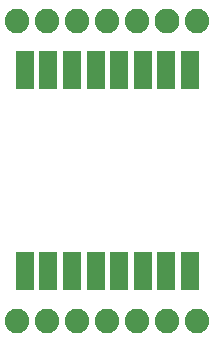
<source format=gbr>
G04 EAGLE Gerber RS-274X export*
G75*
%MOMM*%
%FSLAX34Y34*%
%LPD*%
%INSoldermask Top*%
%IPPOS*%
%AMOC8*
5,1,8,0,0,1.08239X$1,22.5*%
G01*
%ADD10C,2.108200*%
%ADD11R,1.503200X3.203200*%
%ADD12C,2.082800*%


D10*
X139700Y266700D03*
D11*
X18900Y224700D03*
X38900Y224700D03*
X58900Y224700D03*
X78900Y224700D03*
X98900Y224700D03*
X118900Y224700D03*
X138900Y224700D03*
X158900Y224700D03*
X158900Y54700D03*
X138900Y54700D03*
X118900Y54700D03*
X98900Y54700D03*
X78900Y54700D03*
X58900Y54700D03*
X38900Y54700D03*
X18900Y54700D03*
D12*
X114300Y266700D03*
X88900Y266700D03*
X114300Y12700D03*
X88900Y12700D03*
X63500Y12700D03*
X38100Y12700D03*
X12700Y12700D03*
X165100Y12700D03*
X139700Y12700D03*
X12700Y266700D03*
X38100Y266700D03*
X63500Y266700D03*
X165100Y266700D03*
M02*

</source>
